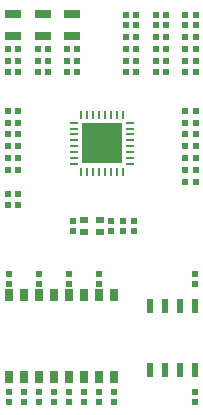
<source format=gbp>
G04*
G04 #@! TF.GenerationSoftware,Altium Limited,Altium Designer,22.1.2 (22)*
G04*
G04 Layer_Color=128*
%FSLAX25Y25*%
%MOIN*%
G70*
G04*
G04 #@! TF.SameCoordinates,DC6CBC75-D83B-4164-BAAA-666503FEC379*
G04*
G04*
G04 #@! TF.FilePolarity,Positive*
G04*
G01*
G75*
%ADD14R,0.02047X0.01850*%
%ADD15R,0.02756X0.03937*%
%ADD16R,0.01850X0.02047*%
%ADD42R,0.05512X0.02756*%
%ADD43R,0.02362X0.05118*%
%ADD44R,0.13583X0.13583*%
%ADD45R,0.00984X0.02756*%
%ADD46R,0.02756X0.00984*%
%ADD47R,0.02756X0.02362*%
D14*
X18110Y73110D02*
D03*
Y76496D02*
D03*
X46122Y55394D02*
D03*
Y58780D02*
D03*
X-15807Y55394D02*
D03*
Y58780D02*
D03*
X-5807Y55394D02*
D03*
Y58780D02*
D03*
X4193Y55394D02*
D03*
Y58780D02*
D03*
X14193Y55394D02*
D03*
Y58780D02*
D03*
X-15807Y16024D02*
D03*
Y19410D02*
D03*
X-10807D02*
D03*
Y16024D02*
D03*
X-5807D02*
D03*
Y19410D02*
D03*
X-807D02*
D03*
Y16024D02*
D03*
X4193D02*
D03*
Y19410D02*
D03*
X9193D02*
D03*
Y16024D02*
D03*
X14193D02*
D03*
Y19410D02*
D03*
X19193D02*
D03*
Y16024D02*
D03*
X46122Y19410D02*
D03*
Y16024D02*
D03*
X5512Y76496D02*
D03*
Y73110D02*
D03*
X25984Y76496D02*
D03*
Y73110D02*
D03*
X22047D02*
D03*
Y76496D02*
D03*
D15*
X19193Y24409D02*
D03*
Y51968D02*
D03*
X-15807Y24409D02*
D03*
Y51968D02*
D03*
X-10807Y24409D02*
D03*
X14193D02*
D03*
Y51968D02*
D03*
X-10807D02*
D03*
X-5807D02*
D03*
X-807D02*
D03*
X4193D02*
D03*
X9193D02*
D03*
Y24409D02*
D03*
X4193D02*
D03*
X-807D02*
D03*
X-5807D02*
D03*
D16*
X-12677Y113189D02*
D03*
X-16063D02*
D03*
X-16063Y109252D02*
D03*
X-12677D02*
D03*
Y93504D02*
D03*
X-16063D02*
D03*
Y85630D02*
D03*
X-12677D02*
D03*
X-16063Y81693D02*
D03*
X-12677D02*
D03*
X42992Y109252D02*
D03*
X46378D02*
D03*
X42992Y97441D02*
D03*
X46378D02*
D03*
X26693Y125984D02*
D03*
X23307D02*
D03*
X36535D02*
D03*
X33150D02*
D03*
X46378D02*
D03*
X42992D02*
D03*
Y145291D02*
D03*
X46378D02*
D03*
X26693Y129921D02*
D03*
X23307D02*
D03*
X36535D02*
D03*
X33150D02*
D03*
X46378D02*
D03*
X42992D02*
D03*
X23307Y137795D02*
D03*
X26693D02*
D03*
X33150D02*
D03*
X36535D02*
D03*
X42992D02*
D03*
X46378D02*
D03*
X26693Y141732D02*
D03*
X23307D02*
D03*
X36535D02*
D03*
X33150D02*
D03*
X-12677Y133858D02*
D03*
X-16063D02*
D03*
X-2835D02*
D03*
X-6221D02*
D03*
X7008D02*
D03*
X3622D02*
D03*
X-12677Y129921D02*
D03*
X-16063D02*
D03*
X-2835D02*
D03*
X-6221D02*
D03*
X7008D02*
D03*
X3622D02*
D03*
X3622Y125984D02*
D03*
X7008D02*
D03*
X-6221D02*
D03*
X-2835D02*
D03*
X-16063D02*
D03*
X-12677D02*
D03*
Y101378D02*
D03*
X-16063D02*
D03*
X-12677Y105315D02*
D03*
X-16063D02*
D03*
X42992D02*
D03*
X46378D02*
D03*
Y113189D02*
D03*
X42992D02*
D03*
X46378Y93504D02*
D03*
X42992D02*
D03*
X46378Y101378D02*
D03*
X42992D02*
D03*
X46378Y89567D02*
D03*
X42992D02*
D03*
X-16063Y97441D02*
D03*
X-12677D02*
D03*
X46378Y141732D02*
D03*
X42992D02*
D03*
X46378Y133858D02*
D03*
X42992D02*
D03*
X36535D02*
D03*
X33150D02*
D03*
Y145291D02*
D03*
X36535D02*
D03*
X26693Y133858D02*
D03*
X23307D02*
D03*
Y145291D02*
D03*
X26693D02*
D03*
D42*
X-14370Y145413D02*
D03*
Y138051D02*
D03*
X-4528Y145413D02*
D03*
Y138051D02*
D03*
X5315Y145413D02*
D03*
Y138051D02*
D03*
D43*
X46122Y48031D02*
D03*
X41122D02*
D03*
X36122D02*
D03*
X31122D02*
D03*
Y26772D02*
D03*
X36122D02*
D03*
X41122D02*
D03*
X46122D02*
D03*
D44*
X15157Y102362D02*
D03*
D45*
X8268Y111811D02*
D03*
X10236D02*
D03*
X12205D02*
D03*
X14173D02*
D03*
X16142D02*
D03*
X18110D02*
D03*
X20079D02*
D03*
X22047D02*
D03*
Y92913D02*
D03*
X20079D02*
D03*
X18110D02*
D03*
X16142D02*
D03*
X14173D02*
D03*
X12205D02*
D03*
X10236D02*
D03*
X8268D02*
D03*
D46*
X24606Y109252D02*
D03*
Y107283D02*
D03*
Y105315D02*
D03*
Y103347D02*
D03*
Y101378D02*
D03*
Y99409D02*
D03*
Y97441D02*
D03*
Y95472D02*
D03*
X5709D02*
D03*
Y97441D02*
D03*
Y99409D02*
D03*
Y101378D02*
D03*
Y103347D02*
D03*
Y105315D02*
D03*
Y107283D02*
D03*
Y109252D02*
D03*
D47*
X14567Y72638D02*
D03*
X9055D02*
D03*
Y76968D02*
D03*
X14567D02*
D03*
M02*

</source>
